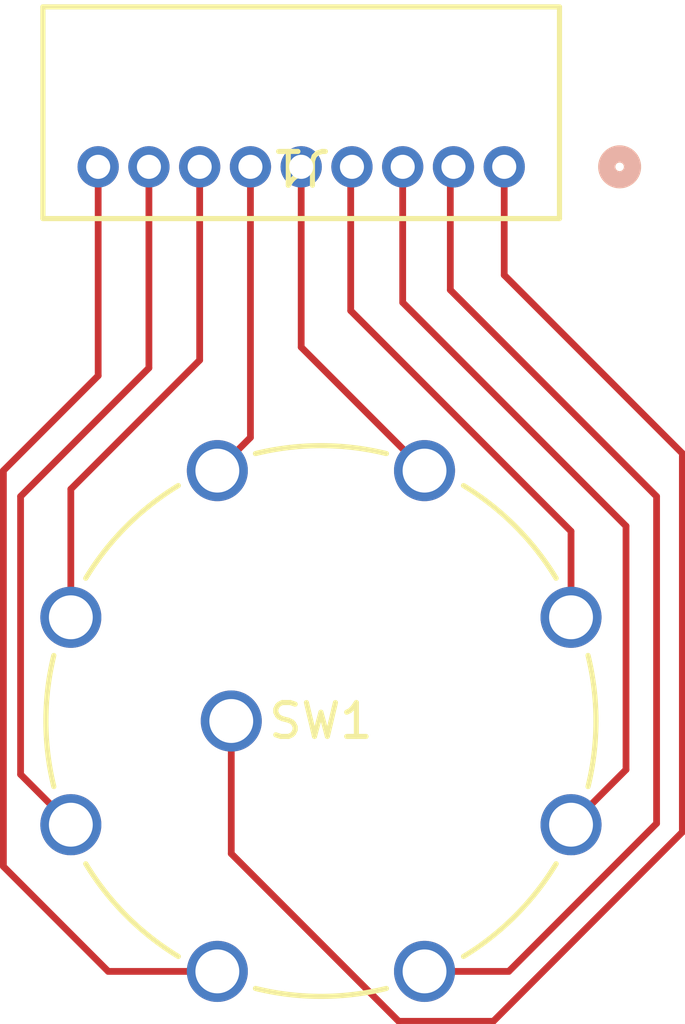
<source format=kicad_pcb>
(kicad_pcb (version 20241229) (generator "pcbnew") (generator_version "9.0")
  (layers (0 "F.Cu" signal) (2 "B.Cu" signal) (13 "F.Paste" user) (15 "B.Paste" user) (5 "F.SilkS" user "F.Silkscreen") (7 "B.SilkS" user "B.Silkscreen") (1 "F.Mask" user) (3 "B.Mask" user) (25 "Edge.Cuts" user))
  (net 0 "")
  (net 1 "Net-(J1-Pad5)")
  (net 2 "Net-(J1-Pad2)")
  (net 3 "Net-(J1-Pad6)")
  (net 4 "Net-(J1-Pad1)")
  (net 5 "Net-(J1-Pad3)")
  (net 6 "Net-(J1-Pad4)")
  (net 7 "Net-(J1-Pad8)")
  (net 8 "Net-(J1-Pad7)")
  (net 9 "Net-(J1-Pad9)")
  (footprint "JST_Connector:CONN9_S9B-ZR_JST" (layer "F.Cu") (at 131.895101 36.7523 180)
    (property "Reference" "J1" (at 6.000001 0 180) (layer "F.SilkS"))
    (property "Value" "S9B-ZR-3.4LFSN")
    (fp_line (start 13.632701 4.7214) (end 13.632701 -1.527) (stroke (width 0.1524)) (layer "F.SilkS"))
    (fp_line (start 13.632701 -1.527) (end -1.632699 -1.527) (stroke (width 0.1524)) (layer "F.SilkS"))
    (fp_line (start -1.632699 4.7214) (end 13.632701 4.7214) (stroke (width 0.1524)) (layer "F.SilkS"))
    (fp_line (start -1.632699 -1.527) (end -1.632699 4.7214) (stroke (width 0.1524)) (layer "F.SilkS"))
    (fp_circle (center -3.410699 0) (end -3.029699 0) (stroke (width 0.508)) (fill no) (layer "F.SilkS"))
    (fp_circle (center -3.410699 0) (end -3.029699 0) (stroke (width 0.508)) (fill no) (layer "B.SilkS"))
    (pad "1" thru_hole circle (at 0 0 180) (size 1.2192 1.2192) (drill 0.7112) (layers "*.Cu" "*.Mask") (net 4 "Net-(J1-Pad1)"))
    (pad "2" thru_hole circle (at 1.5 0 180) (size 1.2192 1.2192) (drill 0.7112) (layers "*.Cu" "*.Mask") (net 2 "Net-(J1-Pad2)"))
    (pad "3" thru_hole circle (at 3.000002 0 180) (size 1.2192 1.2192) (drill 0.7112) (layers "*.Cu" "*.Mask") (net 5 "Net-(J1-Pad3)"))
    (pad "4" thru_hole circle (at 4.500001 0 180) (size 1.2192 1.2192) (drill 0.7112) (layers "*.Cu" "*.Mask") (net 6 "Net-(J1-Pad4)"))
    (pad "5" thru_hole circle (at 6.000001 0 180) (size 1.2192 1.2192) (drill 0.7112) (layers "*.Cu" "*.Mask") (net 1 "Net-(J1-Pad5)"))
    (pad "6" thru_hole circle (at 7.5 0 180) (size 1.2192 1.2192) (drill 0.7112) (layers "*.Cu" "*.Mask") (net 3 "Net-(J1-Pad6)"))
    (pad "7" thru_hole circle (at 9 0 180) (size 1.2192 1.2192) (drill 0.7112) (layers "*.Cu" "*.Mask") (net 8 "Net-(J1-Pad7)"))
    (pad "8" thru_hole circle (at 10.500002 0 180) (size 1.2192 1.2192) (drill 0.7112) (layers "*.Cu" "*.Mask") (net 7 "Net-(J1-Pad8)"))
    (pad "9" thru_hole circle (at 12.000002 0 180) (size 1.2192 1.2192) (drill 0.7112) (layers "*.Cu" "*.Mask") (net 9 "Net-(J1-Pad9)"))
  )
  (footprint "5925_rotary:2925_ADA" (layer "F.Cu") (at 123.417066 60.502072)
    (property "Reference" "SW1" (at 3.061467 -7.391036 0) (layer "F.SilkS"))
    (property "Value" "2925")
    (fp_arc (start -4.833005 -5.45669) (mid -5.066533 -7.391038) (end -4.833004 -9.325386) (stroke (width 0.1524)) (layer "F.SilkS"))
    (fp_arc (start -3.888559 -11.605478) (mid -2.685897 -13.1384) (end -1.152975 -14.341062) (stroke (width 0.1524)) (layer "F.SilkS"))
    (fp_arc (start -1.152975 -0.44101) (mid -2.685897 -1.643672) (end -3.888559 -3.176593) (stroke (width 0.1524)) (layer "F.SilkS"))
    (fp_arc (start 1.127118 -15.285507) (mid 3.061467 -15.519036) (end 4.995816 -15.285507) (stroke (width 0.1524)) (layer "F.SilkS"))
    (fp_arc (start 4.995816 0.503436) (mid 3.061467 0.736964) (end 1.127117 0.503435) (stroke (width 0.1524)) (layer "F.SilkS"))
    (fp_arc (start 7.275909 -14.341062) (mid 8.808831 -13.1384) (end 10.011493 -11.605478) (stroke (width 0.1524)) (layer "F.SilkS"))
    (fp_arc (start 10.011493 -3.176593) (mid 8.808831 -1.643672) (end 7.275909 -0.44101) (stroke (width 0.1524)) (layer "F.SilkS"))
    (fp_arc (start 10.955939 -9.325384) (mid 11.130874 -8.365233) (end 11.189467 -7.391036) (stroke (width 0.1524)) (layer "F.SilkS"))
    (fp_arc (start 11.189467 -7.391031) (mid 11.130874 -6.416836) (end 10.955938 -5.456686) (stroke (width 0.1524)) (layer "F.SilkS"))
    (pad "1" thru_hole circle (at 0 0) (size 1.8034 1.8034) (drill 1.2954) (layers "*.Cu" "*.Mask") (net 9 "Net-(J1-Pad9)"))
    (pad "2" thru_hole circle (at -4.32957 -4.329569 315) (size 1.8034 1.8034) (drill 1.2954) (layers "*.Cu" "*.Mask") (net 7 "Net-(J1-Pad8)"))
    (pad "3" thru_hole circle (at -4.32957 -10.452503 90) (size 1.8034 1.8034) (drill 1.2954) (layers "*.Cu" "*.Mask") (net 8 "Net-(J1-Pad7)"))
    (pad "4" thru_hole circle (at 0 -14.782072 225) (size 1.8034 1.8034) (drill 1.2954) (layers "*.Cu" "*.Mask") (net 3 "Net-(J1-Pad6)"))
    (pad "5" thru_hole circle (at 6.122934 -14.782072) (size 1.8034 1.8034) (drill 1.2954) (layers "*.Cu" "*.Mask") (net 1 "Net-(J1-Pad5)"))
    (pad "6" thru_hole circle (at 10.452504 -10.452503 135) (size 1.8034 1.8034) (drill 1.2954) (layers "*.Cu" "*.Mask") (net 6 "Net-(J1-Pad4)"))
    (pad "7" thru_hole circle (at 10.452504 -4.329569 90) (size 1.8034 1.8034) (drill 1.2954) (layers "*.Cu" "*.Mask") (net 5 "Net-(J1-Pad3)"))
    (pad "8" thru_hole circle (at 6.122934 0 45) (size 1.8034 1.8034) (drill 1.2954) (layers "*.Cu" "*.Mask") (net 2 "Net-(J1-Pad2)"))
    (pad "A" thru_hole circle (at 0.411467 -7.391036) (size 1.8034 1.8034) (drill 1.2954) (layers "*.Cu" "*.Mask") (net 4 "Net-(J1-Pad1)"))
  )
  (segment (start 125.8951 42.0751) (end 125.8951 36.7523) (width 0.2) (layer "F.Cu") (net 1))
  (segment (start 129.54 45.72) (end 125.8951 42.0751) (width 0.2) (layer "F.Cu") (net 1))
  (segment (start 130.302 36.845401) (end 130.395101 36.7523) (width 0.2) (layer "F.Cu") (net 2))
  (segment (start 136.398 56.134) (end 136.398 46.482) (width 0.2) (layer "F.Cu") (net 2))
  (segment (start 129.54 60.502072) (end 132.029928 60.502072) (width 0.2) (layer "F.Cu") (net 2))
  (segment (start 136.398 46.482) (end 130.302 40.386) (width 0.2) (layer "F.Cu") (net 2))
  (segment (start 130.302 40.386) (end 130.302 36.845401) (width 0.2) (layer "F.Cu") (net 2))
  (segment (start 132.029928 60.502072) (end 136.398 56.134) (width 0.2) (layer "F.Cu") (net 2))
  (segment (start 124.395101 44.741965) (end 124.395101 36.7523) (width 0.2) (layer "F.Cu") (net 3))
  (segment (start 123.417066 45.72) (end 124.395101 44.741965) (width 0.2) (layer "F.Cu") (net 3))
  (segment (start 131.895101 39.947101) (end 131.895101 36.7523) (width 0.2) (layer "F.Cu") (net 4))
  (segment (start 128.778 61.976) (end 131.572 61.976) (width 0.2) (layer "F.Cu") (net 4))
  (segment (start 123.828533 53.111036) (end 123.828533 57.026533) (width 0.2) (layer "F.Cu") (net 4))
  (segment (start 131.572 61.976) (end 137.16 56.388) (width 0.2) (layer "F.Cu") (net 4))
  (segment (start 123.828533 57.026533) (end 128.778 61.976) (width 0.2) (layer "F.Cu") (net 4))
  (segment (start 137.16 56.388) (end 137.16 45.212) (width 0.2) (layer "F.Cu") (net 4))
  (segment (start 137.16 45.212) (end 131.895101 39.947101) (width 0.2) (layer "F.Cu") (net 4))
  (segment (start 135.494726 54.547347) (end 133.86957 56.172503) (width 0.2) (layer "F.Cu") (net 5))
  (segment (start 135.494726 47.356726) (end 135.494726 54.547347) (width 0.2) (layer "F.Cu") (net 5))
  (segment (start 128.895099 40.757099) (end 135.494726 47.356726) (width 0.2) (layer "F.Cu") (net 5))
  (segment (start 128.895099 36.7523) (end 128.895099 40.757099) (width 0.2) (layer "F.Cu") (net 5))
  (segment (start 133.86957 50.049569) (end 133.86957 47.50957) (width 0.2) (layer "F.Cu") (net 6))
  (segment (start 133.86957 47.50957) (end 127.358595 40.998595) (width 0.2) (layer "F.Cu") (net 6))
  (segment (start 127.358595 40.998595) (end 127.358595 36.788805) (width 0.2) (layer "F.Cu") (net 6))
  (segment (start 127.358595 36.788805) (end 127.3951 36.7523) (width 0.2) (layer "F.Cu") (net 6))
  (segment (start 119.087496 56.172503) (end 117.602 54.687007) (width 0.2) (layer "F.Cu") (net 7))
  (segment (start 121.395099 42.688901) (end 121.395099 36.7523) (width 0.2) (layer "F.Cu") (net 7))
  (segment (start 117.602 46.482) (end 121.395099 42.688901) (width 0.2) (layer "F.Cu") (net 7))
  (segment (start 117.602 54.687007) (end 117.602 46.482) (width 0.2) (layer "F.Cu") (net 7))
  (segment (start 122.895101 42.458899) (end 122.895101 36.7523) (width 0.2) (layer "F.Cu") (net 8))
  (segment (start 119.087496 46.266504) (end 122.895101 42.458899) (width 0.2) (layer "F.Cu") (net 8))
  (segment (start 119.087496 50.049569) (end 119.087496 46.266504) (width 0.2) (layer "F.Cu") (net 8))
  (segment (start 117.094 57.404) (end 120.192072 60.502072) (width 0.2) (layer "F.Cu") (net 9))
  (segment (start 119.895099 36.7523) (end 119.895099 42.918901) (width 0.2) (layer "F.Cu") (net 9))
  (segment (start 120.192072 60.502072) (end 123.417066 60.502072) (width 0.2) (layer "F.Cu") (net 9))
  (segment (start 117.094 45.72) (end 117.094 57.404) (width 0.2) (layer "F.Cu") (net 9))
  (segment (start 119.895099 42.918901) (end 117.094 45.72) (width 0.2) (layer "F.Cu") (net 9))
)
</source>
